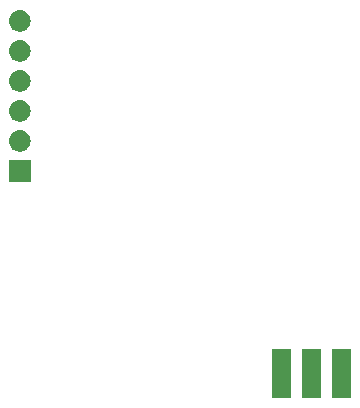
<source format=gbs>
G04 #@! TF.GenerationSoftware,KiCad,Pcbnew,(5.1.4)-1*
G04 #@! TF.CreationDate,2021-09-05T23:12:11+02:00*
G04 #@! TF.ProjectId,BME680,424d4536-3830-42e6-9b69-6361645f7063,A*
G04 #@! TF.SameCoordinates,Original*
G04 #@! TF.FileFunction,Soldermask,Bot*
G04 #@! TF.FilePolarity,Negative*
%FSLAX46Y46*%
G04 Gerber Fmt 4.6, Leading zero omitted, Abs format (unit mm)*
G04 Created by KiCad (PCBNEW (5.1.4)-1) date 2021-09-05 23:12:11*
%MOMM*%
%LPD*%
G04 APERTURE LIST*
%ADD10C,0.100000*%
G04 APERTURE END LIST*
D10*
G36*
X123313600Y-141036600D02*
G01*
X121687600Y-141036600D01*
X121687600Y-136934600D01*
X123313600Y-136934600D01*
X123313600Y-141036600D01*
X123313600Y-141036600D01*
G37*
G36*
X120773600Y-141036600D02*
G01*
X119147600Y-141036600D01*
X119147600Y-136934600D01*
X120773600Y-136934600D01*
X120773600Y-141036600D01*
X120773600Y-141036600D01*
G37*
G36*
X125853600Y-141036600D02*
G01*
X124227600Y-141036600D01*
X124227600Y-136934600D01*
X125853600Y-136934600D01*
X125853600Y-141036600D01*
X125853600Y-141036600D01*
G37*
G36*
X98738200Y-122741600D02*
G01*
X96936200Y-122741600D01*
X96936200Y-120939600D01*
X98738200Y-120939600D01*
X98738200Y-122741600D01*
X98738200Y-122741600D01*
G37*
G36*
X97947642Y-118406118D02*
G01*
X98013827Y-118412637D01*
X98183666Y-118464157D01*
X98340191Y-118547822D01*
X98375929Y-118577152D01*
X98477386Y-118660414D01*
X98560648Y-118761871D01*
X98589978Y-118797609D01*
X98673643Y-118954134D01*
X98725163Y-119123973D01*
X98742559Y-119300600D01*
X98725163Y-119477227D01*
X98673643Y-119647066D01*
X98589978Y-119803591D01*
X98560648Y-119839329D01*
X98477386Y-119940786D01*
X98375929Y-120024048D01*
X98340191Y-120053378D01*
X98183666Y-120137043D01*
X98013827Y-120188563D01*
X97947642Y-120195082D01*
X97881460Y-120201600D01*
X97792940Y-120201600D01*
X97726758Y-120195082D01*
X97660573Y-120188563D01*
X97490734Y-120137043D01*
X97334209Y-120053378D01*
X97298471Y-120024048D01*
X97197014Y-119940786D01*
X97113752Y-119839329D01*
X97084422Y-119803591D01*
X97000757Y-119647066D01*
X96949237Y-119477227D01*
X96931841Y-119300600D01*
X96949237Y-119123973D01*
X97000757Y-118954134D01*
X97084422Y-118797609D01*
X97113752Y-118761871D01*
X97197014Y-118660414D01*
X97298471Y-118577152D01*
X97334209Y-118547822D01*
X97490734Y-118464157D01*
X97660573Y-118412637D01*
X97726758Y-118406118D01*
X97792940Y-118399600D01*
X97881460Y-118399600D01*
X97947642Y-118406118D01*
X97947642Y-118406118D01*
G37*
G36*
X97947643Y-115866119D02*
G01*
X98013827Y-115872637D01*
X98183666Y-115924157D01*
X98340191Y-116007822D01*
X98375929Y-116037152D01*
X98477386Y-116120414D01*
X98560648Y-116221871D01*
X98589978Y-116257609D01*
X98673643Y-116414134D01*
X98725163Y-116583973D01*
X98742559Y-116760600D01*
X98725163Y-116937227D01*
X98673643Y-117107066D01*
X98589978Y-117263591D01*
X98560648Y-117299329D01*
X98477386Y-117400786D01*
X98375929Y-117484048D01*
X98340191Y-117513378D01*
X98183666Y-117597043D01*
X98013827Y-117648563D01*
X97947643Y-117655081D01*
X97881460Y-117661600D01*
X97792940Y-117661600D01*
X97726757Y-117655081D01*
X97660573Y-117648563D01*
X97490734Y-117597043D01*
X97334209Y-117513378D01*
X97298471Y-117484048D01*
X97197014Y-117400786D01*
X97113752Y-117299329D01*
X97084422Y-117263591D01*
X97000757Y-117107066D01*
X96949237Y-116937227D01*
X96931841Y-116760600D01*
X96949237Y-116583973D01*
X97000757Y-116414134D01*
X97084422Y-116257609D01*
X97113752Y-116221871D01*
X97197014Y-116120414D01*
X97298471Y-116037152D01*
X97334209Y-116007822D01*
X97490734Y-115924157D01*
X97660573Y-115872637D01*
X97726757Y-115866119D01*
X97792940Y-115859600D01*
X97881460Y-115859600D01*
X97947643Y-115866119D01*
X97947643Y-115866119D01*
G37*
G36*
X97947643Y-113326119D02*
G01*
X98013827Y-113332637D01*
X98183666Y-113384157D01*
X98340191Y-113467822D01*
X98375929Y-113497152D01*
X98477386Y-113580414D01*
X98560648Y-113681871D01*
X98589978Y-113717609D01*
X98673643Y-113874134D01*
X98725163Y-114043973D01*
X98742559Y-114220600D01*
X98725163Y-114397227D01*
X98673643Y-114567066D01*
X98589978Y-114723591D01*
X98560648Y-114759329D01*
X98477386Y-114860786D01*
X98375929Y-114944048D01*
X98340191Y-114973378D01*
X98183666Y-115057043D01*
X98013827Y-115108563D01*
X97947642Y-115115082D01*
X97881460Y-115121600D01*
X97792940Y-115121600D01*
X97726758Y-115115082D01*
X97660573Y-115108563D01*
X97490734Y-115057043D01*
X97334209Y-114973378D01*
X97298471Y-114944048D01*
X97197014Y-114860786D01*
X97113752Y-114759329D01*
X97084422Y-114723591D01*
X97000757Y-114567066D01*
X96949237Y-114397227D01*
X96931841Y-114220600D01*
X96949237Y-114043973D01*
X97000757Y-113874134D01*
X97084422Y-113717609D01*
X97113752Y-113681871D01*
X97197014Y-113580414D01*
X97298471Y-113497152D01*
X97334209Y-113467822D01*
X97490734Y-113384157D01*
X97660573Y-113332637D01*
X97726757Y-113326119D01*
X97792940Y-113319600D01*
X97881460Y-113319600D01*
X97947643Y-113326119D01*
X97947643Y-113326119D01*
G37*
G36*
X97947643Y-110786119D02*
G01*
X98013827Y-110792637D01*
X98183666Y-110844157D01*
X98340191Y-110927822D01*
X98375929Y-110957152D01*
X98477386Y-111040414D01*
X98560648Y-111141871D01*
X98589978Y-111177609D01*
X98673643Y-111334134D01*
X98725163Y-111503973D01*
X98742559Y-111680600D01*
X98725163Y-111857227D01*
X98673643Y-112027066D01*
X98589978Y-112183591D01*
X98560648Y-112219329D01*
X98477386Y-112320786D01*
X98375929Y-112404048D01*
X98340191Y-112433378D01*
X98183666Y-112517043D01*
X98013827Y-112568563D01*
X97947643Y-112575081D01*
X97881460Y-112581600D01*
X97792940Y-112581600D01*
X97726757Y-112575081D01*
X97660573Y-112568563D01*
X97490734Y-112517043D01*
X97334209Y-112433378D01*
X97298471Y-112404048D01*
X97197014Y-112320786D01*
X97113752Y-112219329D01*
X97084422Y-112183591D01*
X97000757Y-112027066D01*
X96949237Y-111857227D01*
X96931841Y-111680600D01*
X96949237Y-111503973D01*
X97000757Y-111334134D01*
X97084422Y-111177609D01*
X97113752Y-111141871D01*
X97197014Y-111040414D01*
X97298471Y-110957152D01*
X97334209Y-110927822D01*
X97490734Y-110844157D01*
X97660573Y-110792637D01*
X97726757Y-110786119D01*
X97792940Y-110779600D01*
X97881460Y-110779600D01*
X97947643Y-110786119D01*
X97947643Y-110786119D01*
G37*
G36*
X97947642Y-108246118D02*
G01*
X98013827Y-108252637D01*
X98183666Y-108304157D01*
X98340191Y-108387822D01*
X98375929Y-108417152D01*
X98477386Y-108500414D01*
X98560648Y-108601871D01*
X98589978Y-108637609D01*
X98673643Y-108794134D01*
X98725163Y-108963973D01*
X98742559Y-109140600D01*
X98725163Y-109317227D01*
X98673643Y-109487066D01*
X98589978Y-109643591D01*
X98560648Y-109679329D01*
X98477386Y-109780786D01*
X98375929Y-109864048D01*
X98340191Y-109893378D01*
X98183666Y-109977043D01*
X98013827Y-110028563D01*
X97947643Y-110035081D01*
X97881460Y-110041600D01*
X97792940Y-110041600D01*
X97726757Y-110035081D01*
X97660573Y-110028563D01*
X97490734Y-109977043D01*
X97334209Y-109893378D01*
X97298471Y-109864048D01*
X97197014Y-109780786D01*
X97113752Y-109679329D01*
X97084422Y-109643591D01*
X97000757Y-109487066D01*
X96949237Y-109317227D01*
X96931841Y-109140600D01*
X96949237Y-108963973D01*
X97000757Y-108794134D01*
X97084422Y-108637609D01*
X97113752Y-108601871D01*
X97197014Y-108500414D01*
X97298471Y-108417152D01*
X97334209Y-108387822D01*
X97490734Y-108304157D01*
X97660573Y-108252637D01*
X97726758Y-108246118D01*
X97792940Y-108239600D01*
X97881460Y-108239600D01*
X97947642Y-108246118D01*
X97947642Y-108246118D01*
G37*
M02*

</source>
